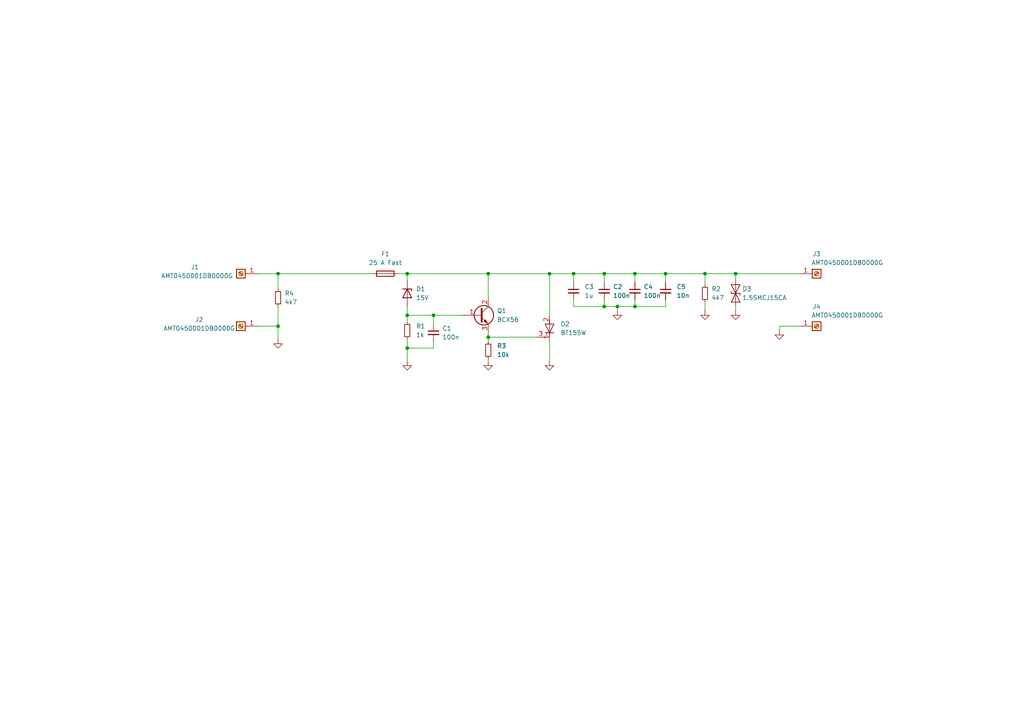
<source format=kicad_sch>
(kicad_sch (version 20231120) (generator "eeschema") (generator_version "8.0")
  (paper "A4")
  (title_block (title "Crowbar Circuit for  TRX") (date "2024-11-21") (rev "1.0a") (company "SP6GK") (comment 1 "Overvoltage protection for 12-13.8 V equipment") (comment 2 "up to 25 A"))
  (lib_symbols
    (symbol "Connector:Screw_Terminal_01x01" (pin_names (offset 1.016) hide)
      (property "Reference" "J" (at 0 2.54 0))
      (property "Value" "Screw_Terminal_01x01" (at 0 -2.54 0))
      (symbol "Screw_Terminal_01x01_1_1"
        (rectangle (start -1.27 1.27) (end 1.27 -1.27) (stroke (width 0.254)) (fill (type background)))
        (polyline (pts (xy -0.5334 0.3302) (xy 0.3302 -0.508)) (stroke (width 0.1524)))
        (polyline (pts (xy -0.3556 0.508) (xy 0.508 -0.3302)) (stroke (width 0.1524)))
        (circle (center 0 0) (radius 0.635) (stroke (width 0.1524)))
        (pin passive line (at -5.08 0 0) (length 3.81) (name "Pin_1") (number "1"))
      )
    )
    (symbol "Device:C_Small" (pin_numbers hide) (pin_names (offset 0.254) hide)
      (property "Reference" "C" (at 0.254 1.778 0))
      (property "Value" "C_Small" (at 0.254 -2.032 0))
      (symbol "C_Small_0_1"
        (polyline (pts (xy -1.524 -0.508) (xy 1.524 -0.508)) (stroke (width 0.3302)))
        (polyline (pts (xy -1.524 0.508) (xy 1.524 0.508)) (stroke (width 0.3048)))
      )
      (symbol "C_Small_1_1"
        (pin passive line (at 0 2.54 270) (length 2.032) (name "~") (number "1"))
        (pin passive line (at 0 -2.54 90) (length 2.032) (name "~") (number "2"))
      )
    )
    (symbol "Device:D_Zener" (pin_numbers hide) (pin_names (offset 1.016) hide)
      (property "Reference" "D" (at 0 2.54 0))
      (property "Value" "D_Zener" (at 0 -2.54 0))
      (symbol "D_Zener_0_1"
        (polyline (pts (xy 1.27 0) (xy -1.27 0)))
        (polyline (pts (xy -1.27 -1.27) (xy -1.27 1.27) (xy -0.762 1.27)) (stroke (width 0.254)))
        (polyline (pts (xy 1.27 -1.27) (xy 1.27 1.27) (xy -1.27 0) (xy 1.27 -1.27)) (stroke (width 0.254)))
      )
      (symbol "D_Zener_1_1"
        (pin passive line (at -3.81 0 0) (length 2.54) (name "K") (number "1"))
        (pin passive line (at 3.81 0 180) (length 2.54) (name "A") (number "2"))
      )
    )
    (symbol "Device:Fuse" (pin_numbers hide) (pin_names (offset 0))
      (property "Reference" "F" (at 2.032 0 90))
      (property "Value" "Fuse" (at -1.905 0 90))
      (symbol "Fuse_0_1"
        (rectangle (start -0.762 -2.54) (end 0.762 2.54) (stroke (width 0.254)))
        (polyline (pts (xy 0 2.54) (xy 0 -2.54)))
      )
      (symbol "Fuse_1_1"
        (pin passive line (at 0 3.81 270) (length 1.27) (name "~") (number "1"))
        (pin passive line (at 0 -3.81 90) (length 1.27) (name "~") (number "2"))
      )
    )
    (symbol "Device:Q_NPN_BEC" (pin_names (offset 0) hide)
      (property "Reference" "Q1" (at 5.08 1.2701 0))
      (property "Value" "Q_NPN_BEC" (at 5.08 -1.2699 0))
      (symbol "Q_NPN_BEC_0_1"
        (polyline (pts (xy 0.635 0.635) (xy 2.54 2.54)))
        (polyline (pts (xy 0.635 -0.635) (xy 2.54 -2.54) (xy 2.54 -2.54)))
        (polyline (pts (xy 0.635 1.905) (xy 0.635 -1.905) (xy 0.635 -1.905)) (stroke (width 0.508)))
        (polyline (pts (xy 1.27 -1.778) (xy 1.778 -1.27) (xy 2.286 -2.286) (xy 1.27 -1.778) (xy 1.27 -1.778)) (fill (type outline)))
        (circle (center 1.27 0) (radius 2.8194) (stroke (width 0.254)))
      )
      (symbol "Q_NPN_BEC_1_1"
        (pin input line (at -5.08 0 0) (length 5.715) (name "B") (number "1"))
        (pin passive line (at 2.54 5.08 270) (length 2.54) (name "C") (number "2"))
        (pin passive line (at 2.54 -5.08 90) (length 2.54) (name "E") (number "3"))
      )
    )
    (symbol "Device:Q_SCR_AGK" (pin_names (offset 0) hide)
      (property "Reference" "D2" (at 3.175 1.2701 0))
      (property "Value" "BT155W" (at 3.175 -1.2699 0))
      (symbol "Q_SCR_AGK_0_1"
        (polyline (pts (xy -1.27 -2.54) (xy -0.635 -1.27)))
        (polyline (pts (xy -1.27 -1.27) (xy 1.27 -1.27)) (stroke (width 0.2032)))
        (polyline (pts (xy 0 -2.54) (xy 0 2.54)))
        (polyline (pts (xy -1.27 1.27) (xy 1.27 1.27) (xy 0 -1.27) (xy -1.27 1.27)) (stroke (width 0.2032)))
      )
      (symbol "Q_SCR_AGK_1_1"
        (pin passive line (at 0 -3.81 90) (length 2.54) (name "K") (number "1"))
        (pin passive line (at 0 3.81 270) (length 2.54) (name "A") (number "2"))
        (pin input line (at -3.81 -2.54 0) (length 2.54) (name "G") (number "3"))
      )
    )
    (symbol "Device:R_Small" (pin_numbers hide) (pin_names (offset 0.254) hide)
      (property "Reference" "R" (at 0.762 0.508 0))
      (property "Value" "R_Small" (at 0.762 -1.016 0))
      (symbol "R_Small_0_1"
        (rectangle (start -0.762 1.778) (end 0.762 -1.778) (stroke (width 0.2032)))
      )
      (symbol "R_Small_1_1"
        (pin passive line (at 0 2.54 270) (length 0.762) (name "~") (number "1"))
        (pin passive line (at 0 -2.54 90) (length 0.762) (name "~") (number "2"))
      )
    )
    (symbol "Diode:SMAJ9.0CA" (pin_numbers hide) (pin_names (offset 1.016) hide)
      (property "Reference" "D" (at 0 2.54 0))
      (property "Value" "SMAJ9.0CA" (at 0 -2.54 0))
      (symbol "SMAJ9.0CA_0_1"
        (polyline (pts (xy 1.27 0) (xy -1.27 0)))
        (polyline (pts (xy -2.54 -1.27) (xy 0 0) (xy -2.54 1.27) (xy -2.54 -1.27)) (stroke (width 0.2032)))
        (polyline (pts (xy 0.508 1.27) (xy 0 1.27) (xy 0 -1.27) (xy -0.508 -1.27)) (stroke (width 0.2032)))
        (polyline (pts (xy 2.54 1.27) (xy 2.54 -1.27) (xy 0 0) (xy 2.54 1.27)) (stroke (width 0.2032)))
      )
      (symbol "SMAJ9.0CA_1_1"
        (pin passive line (at -3.81 0 0) (length 2.54) (name "A1") (number "1"))
        (pin passive line (at 3.81 0 180) (length 2.54) (name "A2") (number "2"))
      )
    )
    (symbol "power:GND" (power) (pin_numbers hide) (pin_names (offset 0) hide)
      (property "Value" "GND" (at 0 -3.81 0))
      (symbol "GND_0_1"
        (polyline (pts (xy 0 0) (xy 0 -1.27) (xy 1.27 -1.27) (xy 0 -2.54) (xy -1.27 -1.27) (xy 0 -1.27)))
      )
      (symbol "GND_1_1"
        (pin power_in line (at 0 0 270) (length 0) (name "~") (number "1"))
      )
    )
  )
  (junction (at 184.15 88.9))
  (junction (at 141.605 97.79))
  (junction (at 118.11 91.44))
  (junction (at 184.15 79.375))
  (junction (at 175.26 88.9))
  (junction (at 179.07 88.9))
  (junction (at 118.11 100.965))
  (junction (at 125.73 91.44))
  (junction (at 80.645 79.375))
  (junction (at 193.04 79.375))
  (junction (at 175.26 79.375))
  (junction (at 80.645 94.615))
  (junction (at 141.605 79.375))
  (junction (at 213.36 79.375))
  (junction (at 159.385 79.375))
  (junction (at 166.37 79.375))
  (junction (at 204.47 79.375))
  (junction (at 118.11 79.375))
  (wire (pts (xy 159.385 79.375) (xy 159.385 91.44)))
  (wire (pts (xy 80.645 88.9) (xy 80.645 94.615)))
  (wire (pts (xy 118.11 93.345) (xy 118.11 91.44)))
  (wire (pts (xy 118.11 81.28) (xy 118.11 79.375)))
  (wire (pts (xy 175.26 88.9) (xy 166.37 88.9)))
  (wire (pts (xy 125.73 93.98) (xy 125.73 91.44)))
  (wire (pts (xy 179.07 88.9) (xy 175.26 88.9)))
  (wire (pts (xy 155.575 97.79) (xy 141.605 97.79)))
  (wire (pts (xy 193.04 88.9) (xy 184.15 88.9)))
  (wire (pts (xy 204.47 79.375) (xy 213.36 79.375)))
  (wire (pts (xy 125.73 91.44) (xy 118.11 91.44)))
  (wire (pts (xy 184.15 79.375) (xy 193.04 79.375)))
  (wire (pts (xy 118.11 104.775) (xy 118.11 100.965)))
  (wire (pts (xy 226.06 94.615) (xy 231.775 94.615)))
  (wire (pts (xy 141.605 97.79) (xy 141.605 96.52)))
  (wire (pts (xy 118.11 100.965) (xy 118.11 98.425)))
  (wire (pts (xy 213.36 79.375) (xy 213.36 81.28)))
  (wire (pts (xy 159.385 104.775) (xy 159.385 99.06)))
  (wire (pts (xy 141.605 104.775) (xy 141.605 104.14)))
  (wire (pts (xy 141.605 79.375) (xy 159.385 79.375)))
  (wire (pts (xy 184.15 79.375) (xy 184.15 81.915)))
  (wire (pts (xy 118.11 79.375) (xy 141.605 79.375)))
  (wire (pts (xy 80.645 98.425) (xy 80.645 94.615)))
  (wire (pts (xy 141.605 99.06) (xy 141.605 97.79)))
  (wire (pts (xy 80.645 79.375) (xy 80.645 83.82)))
  (wire (pts (xy 184.15 88.9) (xy 179.07 88.9)))
  (wire (pts (xy 179.07 88.9) (xy 179.07 90.17)))
  (wire (pts (xy 125.73 100.965) (xy 118.11 100.965)))
  (wire (pts (xy 184.15 86.995) (xy 184.15 88.9)))
  (wire (pts (xy 166.37 79.375) (xy 166.37 81.915)))
  (wire (pts (xy 166.37 79.375) (xy 175.26 79.375)))
  (wire (pts (xy 118.11 79.375) (xy 115.57 79.375)))
  (wire (pts (xy 118.11 88.9) (xy 118.11 91.44)))
  (wire (pts (xy 193.04 86.995) (xy 193.04 88.9)))
  (wire (pts (xy 74.93 79.375) (xy 80.645 79.375)))
  (wire (pts (xy 80.645 79.375) (xy 107.95 79.375)))
  (wire (pts (xy 204.47 79.375) (xy 204.47 82.55)))
  (wire (pts (xy 213.36 79.375) (xy 231.775 79.375)))
  (wire (pts (xy 159.385 79.375) (xy 166.37 79.375)))
  (wire (pts (xy 80.645 94.615) (xy 74.93 94.615)))
  (wire (pts (xy 193.04 79.375) (xy 193.04 81.915)))
  (wire (pts (xy 133.985 91.44) (xy 125.73 91.44)))
  (wire (pts (xy 125.73 99.06) (xy 125.73 100.965)))
  (wire (pts (xy 166.37 86.995) (xy 166.37 88.9)))
  (wire (pts (xy 204.47 87.63) (xy 204.47 90.17)))
  (wire (pts (xy 226.06 94.615) (xy 226.06 95.885)))
  (wire (pts (xy 175.26 79.375) (xy 184.15 79.375)))
  (wire (pts (xy 175.26 79.375) (xy 175.26 81.915)))
  (wire (pts (xy 213.36 88.9) (xy 213.36 90.17)))
  (wire (pts (xy 193.04 79.375) (xy 204.47 79.375)))
  (wire (pts (xy 141.605 86.36) (xy 141.605 79.375)))
  (wire (pts (xy 175.26 86.995) (xy 175.26 88.9)))
  (symbol (lib_id "Device:C_Small") (at 166.37 84.455 0) (unit 1)
    (property "Reference" "C3" (at 169.545 83.1912 0) (effects (justify left)))
    (property "Value" "1u" (at 169.545 85.7312 0) (effects (justify left)))
    (property "Footprint" "Capacitor_SMD:C_0805_2012Metric" (effects (hide yes)))
    (property "Description" "Unpolarized capacitor, small symbol" (effects (hide yes)))
  )
  (symbol (lib_id "power:GND") (at 141.605 104.775 0) (unit 1)
    (property "Reference" "#PWR08" (effects (hide yes)))
    (property "Value" "GND" (effects (hide yes)))
    (property "Description" "Power symbol creates a global label with name \"GND\" , ground" (effects (hide yes)))
  )
  (symbol (lib_id "power:GND") (at 213.36 90.17 0) (mirror y) (unit 1)
    (property "Reference" "#PWR04" (effects (hide yes)))
    (property "Value" "GND" (effects (hide yes)))
    (property "Description" "Power symbol creates a global label with name \"GND\" , ground" (effects (hide yes)))
  )
  (symbol (lib_id "Device:C_Small") (at 184.15 84.455 0) (unit 1)
    (property "Reference" "C4" (at 186.69 83.1912 0) (effects (justify left)))
    (property "Value" "100n" (at 186.69 85.7312 0) (effects (justify left)))
    (property "Footprint" "Capacitor_SMD:C_0805_2012Metric" (effects (hide yes)))
    (property "Description" "Unpolarized capacitor, small symbol" (effects (hide yes)))
  )
  (symbol (lib_id "power:GND") (at 159.385 104.775 0) (unit 1)
    (property "Reference" "#PWR03" (effects (hide yes)))
    (property "Value" "GND" (effects (hide yes)))
    (property "Description" "Power symbol creates a global label with name \"GND\" , ground" (effects (hide yes)))
  )
  (symbol (lib_id "Diode:SMAJ9.0CA") (at 213.36 85.09 270) (unit 1)
    (property "Reference" "D3" (at 215.265 83.82 90) (effects (justify left)))
    (property "Value" "1.5SMCJ15CA" (at 215.265 86.36 90) (effects (justify left)))
    (property "Footprint" "Diode_SMD:D_SMC" (effects (hide yes)))
    (property "Datasheet" "https://www.littelfuse.com/media?resourcetype=datasheets&itemid=75e32973-b177-4ee3-a0ff-cedaf1abdb93&filename=smaj-datasheet" (effects (hide yes)))
    (property "Description" "400W bidirectional Transient Voltage Suppressor, 9.0Vr, SMA(DO-214AC)" (effects (hide yes)))
  )
  (symbol (lib_id "Device:Fuse") (at 111.76 79.375 270) (unit 1)
    (property "Reference" "F1" (at 111.76 73.66 90))
    (property "Value" "25 A Fast" (at 111.76 76.2 90))
    (property "Footprint" "Fuse_custom:8040.0001SCHURTER" (effects (hide yes)))
    (property "Description" "Fuse" (effects (hide yes)))
  )
  (symbol (lib_id "Device:R_Small") (at 204.47 85.09 0) (unit 1)
    (property "Reference" "R2" (at 206.375 83.82 0) (effects (justify left)))
    (property "Value" "4k7" (at 206.375 86.36 0) (effects (justify left)))
    (property "Footprint" "Resistor_SMD:R_1206_3216Metric_Pad1.30x1.75mm_HandSolder" (effects (hide yes)))
    (property "Description" "Resistor, small symbol" (effects (hide yes)))
  )
  (symbol (lib_id "Connector:Screw_Terminal_01x01") (at 69.85 79.375 180) (unit 1)
    (property "Reference" "J1" (at 56.515 77.47 0))
    (property "Value" "AMT0450001DB0000G" (at 57.15 80.01 0))
    (property "Footprint" "ScrewTerminal_custom:AMT0450001DB0000G" (effects (hide yes)))
    (property "Description" "Generic screw terminal, single row, 01x01, script generated (kicad-library-utils/schlib/autogen/connector/)" (effects (hide yes)))
  )
  (symbol (lib_id "Device:R_Small") (at 80.645 86.36 0) (unit 1)
    (property "Reference" "R4" (at 82.55 85.09 0) (effects (justify left)))
    (property "Value" "4k7" (at 82.55 87.63 0) (effects (justify left)))
    (property "Footprint" "Resistor_SMD:R_1206_3216Metric_Pad1.30x1.75mm_HandSolder" (effects (hide yes)))
    (property "Description" "Resistor, small symbol" (effects (hide yes)))
  )
  (symbol (lib_id "Connector:Screw_Terminal_01x01") (at 236.855 79.375 0) (mirror x) (unit 1)
    (property "Reference" "J3" (at 236.855 73.66 0))
    (property "Value" "AMT0450001DB0000G" (at 245.745 76.2 0))
    (property "Footprint" "ScrewTerminal_custom:AMT0450001DB0000G" (effects (hide yes)))
    (property "Description" "Generic screw terminal, single row, 01x01, script generated (kicad-library-utils/schlib/autogen/connector/)" (effects (hide yes)))
  )
  (symbol (lib_id "Connector:Screw_Terminal_01x01") (at 69.85 94.615 180) (unit 1)
    (property "Reference" "J2" (at 57.785 92.71 0))
    (property "Value" "AMT0450001DB0000G" (at 57.785 95.25 0))
    (property "Footprint" "ScrewTerminal_custom:AMT0450001DB0000G" (effects (hide yes)))
    (property "Description" "Generic screw terminal, single row, 01x01, script generated (kicad-library-utils/schlib/autogen/connector/)" (effects (hide yes)))
  )
  (symbol (lib_id "Device:C_Small") (at 193.04 84.455 0) (unit 1)
    (property "Reference" "C5" (at 196.215 83.1912 0) (effects (justify left)))
    (property "Value" "10n" (at 196.215 85.7312 0) (effects (justify left)))
    (property "Footprint" "Capacitor_SMD:C_0805_2012Metric" (effects (hide yes)))
    (property "Description" "Unpolarized capacitor, small symbol" (effects (hide yes)))
  )
  (symbol (lib_id "power:GND") (at 80.645 98.425 0) (unit 1)
    (property "Reference" "#PWR02" (effects (hide yes)))
    (property "Value" "GND" (effects (hide yes)))
    (property "Description" "Power symbol creates a global label with name \"GND\" , ground" (effects (hide yes)))
  )
  (symbol (lib_id "Device:Q_SCR_AGK") (at 159.385 95.25 0) (unit 1)
    (property "Reference" "D2" (at 162.56 93.9799 0) (effects (justify left)))
    (property "Value" "BT155W" (at 162.56 96.5199 0) (effects (justify left)))
    (property "Footprint" "Package_TO_SOT_THT:TO-247-3_Horizontal_TabDown" (effects (hide yes)))
    (property "Description" "Silicon controlled rectifier, anode/gate/cathode" (effects (hide yes)))
  )
  (symbol (lib_id "Device:R_Small") (at 118.11 95.885 0) (unit 1)
    (property "Reference" "R1" (at 120.65 94.6149 0) (effects (justify left)))
    (property "Value" "1k" (at 120.65 97.1549 0) (effects (justify left)))
    (property "Footprint" "Resistor_SMD:R_0805_2012Metric_Pad1.20x1.40mm_HandSolder" (effects (hide yes)))
    (property "Description" "Resistor, small symbol" (effects (hide yes)))
  )
  (symbol (lib_id "Device:D_Zener") (at 118.11 85.09 270) (unit 1)
    (property "Reference" "D1" (at 120.65 83.8199 90) (effects (justify left)))
    (property "Value" "15V" (at 120.65 86.3599 90) (effects (justify left)))
    (property "Footprint" "Diode_SMD:D_SOD-123F" (effects (hide yes)))
    (property "Description" "Zener diode" (effects (hide yes)))
  )
  (symbol (lib_id "Device:R_Small") (at 141.605 101.6 0) (unit 1)
    (property "Reference" "R3" (at 144.145 100.3299 0) (effects (justify left)))
    (property "Value" "10k" (at 144.145 102.8699 0) (effects (justify left)))
    (property "Footprint" "Resistor_SMD:R_0805_2012Metric_Pad1.20x1.40mm_HandSolder" (effects (hide yes)))
    (property "Description" "Resistor, small symbol" (effects (hide yes)))
  )
  (symbol (lib_id "Device:Q_NPN_BEC") (at 139.065 91.44 0) (unit 1)
    (property "Reference" "Q1" (at 144.145 90.1699 0) (effects (justify left)))
    (property "Value" "BCX56" (at 144.145 92.7099 0) (effects (justify left)))
    (property "Footprint" "Package_TO_SOT_SMD:SOT-89-3" (effects (hide yes)))
    (property "Description" "NPN transistor, base/emitter/collector" (effects (hide yes)))
  )
  (symbol (lib_id "Device:C_Small") (at 125.73 96.52 0) (unit 1)
    (property "Reference" "C1" (at 128.27 95.2562 0) (effects (justify left)))
    (property "Value" "100n" (at 128.27 97.7962 0) (effects (justify left)))
    (property "Footprint" "Capacitor_SMD:C_0805_2012Metric" (effects (hide yes)))
    (property "Description" "Unpolarized capacitor, small symbol" (effects (hide yes)))
  )
  (symbol (lib_id "power:GND") (at 226.06 95.885 0) (mirror y) (unit 1)
    (property "Reference" "#PWR05" (effects (hide yes)))
    (property "Value" "GND" (effects (hide yes)))
    (property "Description" "Power symbol creates a global label with name \"GND\" , ground" (effects (hide yes)))
  )
  (symbol (lib_id "Device:C_Small") (at 175.26 84.455 0) (unit 1)
    (property "Reference" "C2" (at 177.8 83.1912 0) (effects (justify left)))
    (property "Value" "100n" (at 177.8 85.7312 0) (effects (justify left)))
    (property "Footprint" "Capacitor_SMD:C_0805_2012Metric" (effects (hide yes)))
    (property "Description" "Unpolarized capacitor, small symbol" (effects (hide yes)))
  )
  (symbol (lib_id "Connector:Screw_Terminal_01x01") (at 236.855 94.615 0) (mirror x) (unit 1)
    (property "Reference" "J4" (at 236.855 88.9 0))
    (property "Value" "AMT0450001DB0000G" (at 245.745 91.44 0))
    (property "Footprint" "ScrewTerminal_custom:AMT0450001DB0000G" (effects (hide yes)))
    (property "Description" "Generic screw terminal, single row, 01x01, script generated (kicad-library-utils/schlib/autogen/connector/)" (effects (hide yes)))
  )
  (symbol (lib_id "power:GND") (at 179.07 90.17 0) (mirror y) (unit 1)
    (property "Reference" "#PWR07" (effects (hide yes)))
    (property "Value" "GND" (effects (hide yes)))
    (property "Description" "Power symbol creates a global label with name \"GND\" , ground" (effects (hide yes)))
  )
  (symbol (lib_id "power:GND") (at 204.47 90.17 0) (mirror y) (unit 1)
    (property "Reference" "#PWR06" (effects (hide yes)))
    (property "Value" "GND" (effects (hide yes)))
    (property "Description" "Power symbol creates a global label with name \"GND\" , ground" (effects (hide yes)))
  )
  (symbol (lib_id "power:GND") (at 118.11 104.775 0) (unit 1)
    (property "Reference" "#PWR01" (effects (hide yes)))
    (property "Value" "GND" (effects (hide yes)))
    (property "Description" "Power symbol creates a global label with name \"GND\" , ground" (effects (hide yes)))
  )
)
</source>
